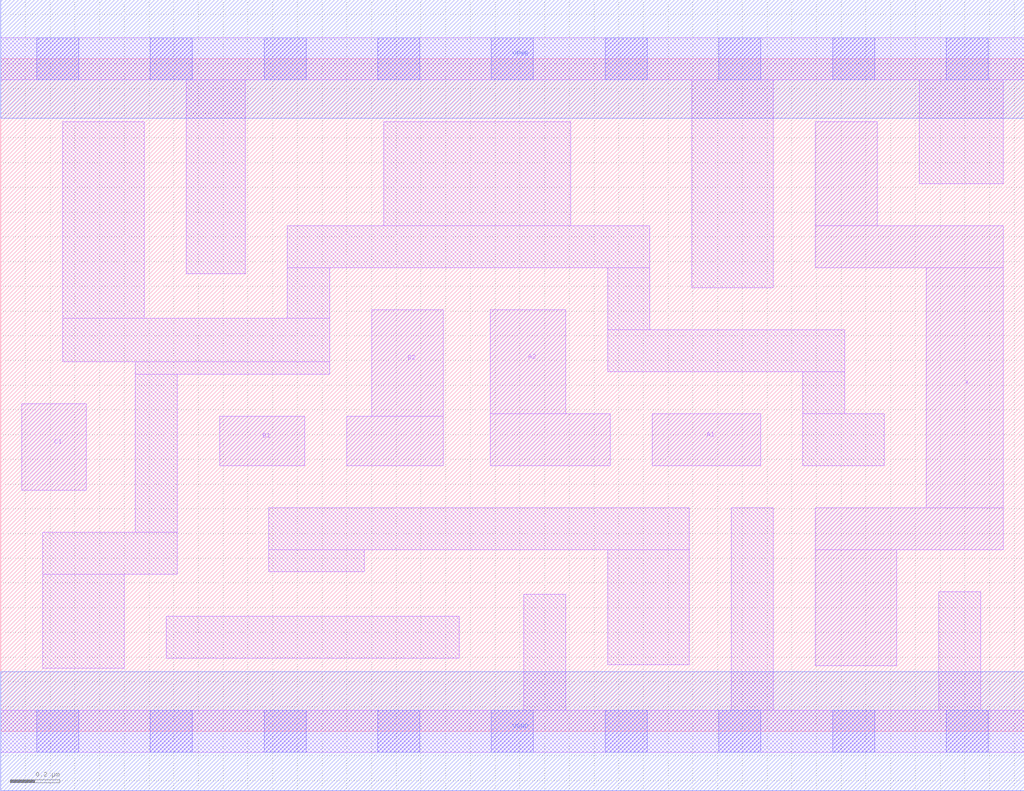
<source format=lef>
# Copyright 2020 The SkyWater PDK Authors
#
# Licensed under the Apache License, Version 2.0 (the "License");
# you may not use this file except in compliance with the License.
# You may obtain a copy of the License at
#
#     https://www.apache.org/licenses/LICENSE-2.0
#
# Unless required by applicable law or agreed to in writing, software
# distributed under the License is distributed on an "AS IS" BASIS,
# WITHOUT WARRANTIES OR CONDITIONS OF ANY KIND, either express or implied.
# See the License for the specific language governing permissions and
# limitations under the License.
#
# SPDX-License-Identifier: Apache-2.0

VERSION 5.7 ;
  NAMESCASESENSITIVE ON ;
  NOWIREEXTENSIONATPIN ON ;
  DIVIDERCHAR "/" ;
  BUSBITCHARS "[]" ;
UNITS
  DATABASE MICRONS 200 ;
END UNITS
MACRO sky130_fd_sc_hd__o221a_2
  CLASS CORE ;
  FOREIGN sky130_fd_sc_hd__o221a_2 ;
  ORIGIN  0.000000  0.000000 ;
  SIZE  4.140000 BY  2.720000 ;
  SYMMETRY X Y R90 ;
  SITE unithd ;
  PIN A1
    ANTENNAGATEAREA  0.247500 ;
    DIRECTION INPUT ;
    USE SIGNAL ;
    PORT
      LAYER li1 ;
        RECT 2.635000 1.075000 3.075000 1.285000 ;
    END
  END A1
  PIN A2
    ANTENNAGATEAREA  0.247500 ;
    DIRECTION INPUT ;
    USE SIGNAL ;
    PORT
      LAYER li1 ;
        RECT 1.980000 1.075000 2.465000 1.285000 ;
        RECT 1.980000 1.285000 2.285000 1.705000 ;
    END
  END A2
  PIN B1
    ANTENNAGATEAREA  0.247500 ;
    DIRECTION INPUT ;
    USE SIGNAL ;
    PORT
      LAYER li1 ;
        RECT 0.885000 1.075000 1.230000 1.275000 ;
    END
  END B1
  PIN B2
    ANTENNAGATEAREA  0.247500 ;
    DIRECTION INPUT ;
    USE SIGNAL ;
    PORT
      LAYER li1 ;
        RECT 1.400000 1.075000 1.790000 1.275000 ;
        RECT 1.500000 1.275000 1.790000 1.705000 ;
    END
  END B2
  PIN C1
    ANTENNAGATEAREA  0.247500 ;
    DIRECTION INPUT ;
    USE SIGNAL ;
    PORT
      LAYER li1 ;
        RECT 0.085000 0.975000 0.345000 1.325000 ;
    END
  END C1
  PIN X
    ANTENNADIFFAREA  0.445500 ;
    DIRECTION OUTPUT ;
    USE SIGNAL ;
    PORT
      LAYER li1 ;
        RECT 3.295000 0.265000 3.625000 0.735000 ;
        RECT 3.295000 0.735000 4.055000 0.905000 ;
        RECT 3.295000 1.875000 4.055000 2.045000 ;
        RECT 3.295000 2.045000 3.545000 2.465000 ;
        RECT 3.745000 0.905000 4.055000 1.875000 ;
    END
  END X
  PIN VGND
    DIRECTION INOUT ;
    SHAPE ABUTMENT ;
    USE GROUND ;
    PORT
      LAYER met1 ;
        RECT 0.000000 -0.240000 4.140000 0.240000 ;
    END
  END VGND
  PIN VPWR
    DIRECTION INOUT ;
    SHAPE ABUTMENT ;
    USE POWER ;
    PORT
      LAYER met1 ;
        RECT 0.000000 2.480000 4.140000 2.960000 ;
    END
  END VPWR
  OBS
    LAYER li1 ;
      RECT 0.000000 -0.085000 4.140000 0.085000 ;
      RECT 0.000000  2.635000 4.140000 2.805000 ;
      RECT 0.170000  0.255000 0.500000 0.635000 ;
      RECT 0.170000  0.635000 0.715000 0.805000 ;
      RECT 0.250000  1.495000 1.330000 1.670000 ;
      RECT 0.250000  1.670000 0.580000 2.465000 ;
      RECT 0.545000  0.805000 0.715000 1.445000 ;
      RECT 0.545000  1.445000 1.330000 1.495000 ;
      RECT 0.670000  0.295000 1.855000 0.465000 ;
      RECT 0.750000  1.850000 0.990000 2.635000 ;
      RECT 1.085000  0.645000 1.470000 0.735000 ;
      RECT 1.085000  0.735000 2.785000 0.905000 ;
      RECT 1.160000  1.670000 1.330000 1.875000 ;
      RECT 1.160000  1.875000 2.625000 2.045000 ;
      RECT 1.550000  2.045000 2.305000 2.465000 ;
      RECT 2.115000  0.085000 2.285000 0.555000 ;
      RECT 2.455000  0.270000 2.785000 0.735000 ;
      RECT 2.455000  1.455000 3.415000 1.625000 ;
      RECT 2.455000  1.625000 2.625000 1.875000 ;
      RECT 2.795000  1.795000 3.125000 2.635000 ;
      RECT 2.955000  0.085000 3.125000 0.905000 ;
      RECT 3.245000  1.075000 3.575000 1.285000 ;
      RECT 3.245000  1.285000 3.415000 1.455000 ;
      RECT 3.715000  2.215000 4.055000 2.635000 ;
      RECT 3.795000  0.085000 3.965000 0.565000 ;
    LAYER mcon ;
      RECT 0.145000 -0.085000 0.315000 0.085000 ;
      RECT 0.145000  2.635000 0.315000 2.805000 ;
      RECT 0.605000 -0.085000 0.775000 0.085000 ;
      RECT 0.605000  2.635000 0.775000 2.805000 ;
      RECT 1.065000 -0.085000 1.235000 0.085000 ;
      RECT 1.065000  2.635000 1.235000 2.805000 ;
      RECT 1.525000 -0.085000 1.695000 0.085000 ;
      RECT 1.525000  2.635000 1.695000 2.805000 ;
      RECT 1.985000 -0.085000 2.155000 0.085000 ;
      RECT 1.985000  2.635000 2.155000 2.805000 ;
      RECT 2.445000 -0.085000 2.615000 0.085000 ;
      RECT 2.445000  2.635000 2.615000 2.805000 ;
      RECT 2.905000 -0.085000 3.075000 0.085000 ;
      RECT 2.905000  2.635000 3.075000 2.805000 ;
      RECT 3.365000 -0.085000 3.535000 0.085000 ;
      RECT 3.365000  2.635000 3.535000 2.805000 ;
      RECT 3.825000 -0.085000 3.995000 0.085000 ;
      RECT 3.825000  2.635000 3.995000 2.805000 ;
  END
END sky130_fd_sc_hd__o221a_2
END LIBRARY

</source>
